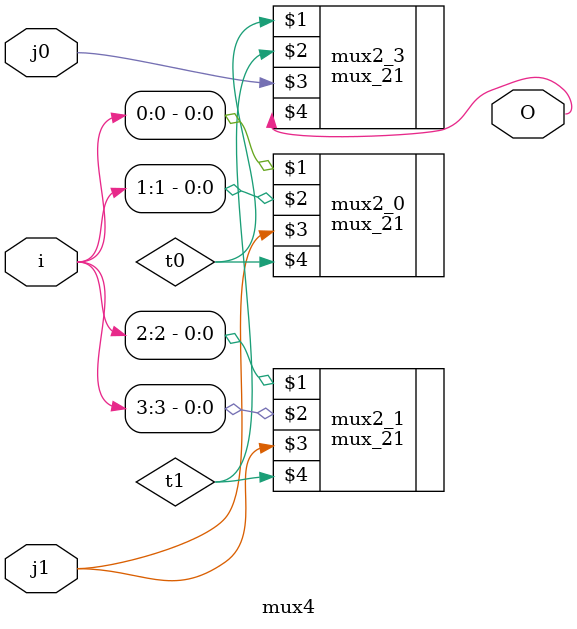
<source format=v>
module mux4(input wire [0:3]i,input wire j1,j0,output wire O);
wire t0,t1;
mux_21 mux2_0(i[0],i[1],j1,t0);
mux_21 mux2_1(i[2],i[3],j1,t1);
mux_21 mux2_3(t0,t1,j0,O);
endmodule
</source>
